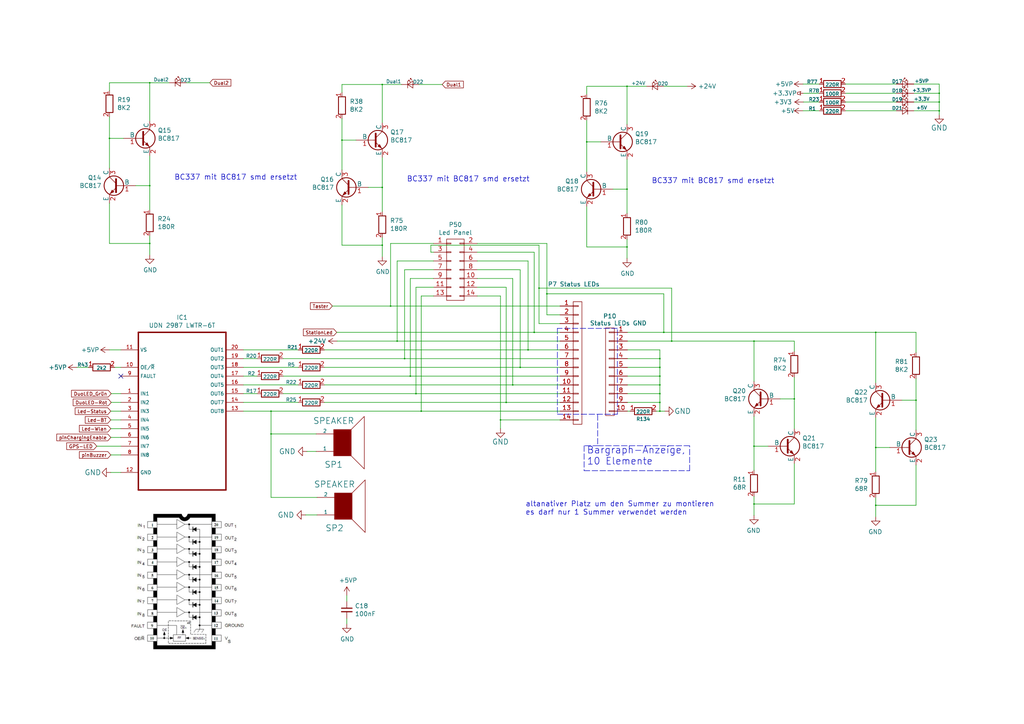
<source format=kicad_sch>
(kicad_sch (version 20201015) (generator eeschema)
  (paper "A4")
  (title_block (title "Ardumower shield SVN Version") (date "2020-11-26") (rev "1.4") (company "ML AG JL UZ") (comment 1 "Unterspannungsschutz von AlexanderG"))
  (junction (at 31.75 40.132) (diameter 0.3048))
  (junction (at 43.434 24.003) (diameter 0.3048))
  (junction (at 43.434 53.848) (diameter 0.3048))
  (junction (at 43.434 70.612) (diameter 0.3048))
  (junction (at 78.613 119.253) (diameter 0.3048))
  (junction (at 78.613 125.857) (diameter 0.3048))
  (junction (at 99.187 40.64) (diameter 0.3048))
  (junction (at 110.871 24.511) (diameter 0.3048))
  (junction (at 110.871 54.356) (diameter 0.3048))
  (junction (at 110.871 71.12) (diameter 0.3048))
  (junction (at 113.284 88.773) (diameter 0.3048))
  (junction (at 115.189 98.933) (diameter 0.3048))
  (junction (at 117.348 104.013) (diameter 0.3048))
  (junction (at 118.999 109.093) (diameter 0.3048))
  (junction (at 120.65 114.173) (diameter 0.3048))
  (junction (at 122.174 119.253) (diameter 0.3048))
  (junction (at 145.161 121.793) (diameter 0.3048))
  (junction (at 146.812 116.713) (diameter 0.3048))
  (junction (at 148.717 111.633) (diameter 0.3048))
  (junction (at 150.876 106.553) (diameter 0.3048))
  (junction (at 153.162 101.473) (diameter 0.3048))
  (junction (at 154.94 96.393) (diameter 0.3048))
  (junction (at 156.337 83.566) (diameter 0.3048))
  (junction (at 158.623 85.217) (diameter 0.3048))
  (junction (at 170.18 41.148) (diameter 0.3048))
  (junction (at 181.864 25.019) (diameter 0.3048))
  (junction (at 181.864 54.864) (diameter 0.3048))
  (junction (at 181.864 71.628) (diameter 0.3048))
  (junction (at 191.389 104.013) (diameter 0.3048))
  (junction (at 191.389 106.553) (diameter 0.3048))
  (junction (at 191.389 109.093) (diameter 0.3048))
  (junction (at 191.389 111.633) (diameter 0.3048))
  (junction (at 191.389 114.173) (diameter 0.3048))
  (junction (at 191.389 116.713) (diameter 0.3048))
  (junction (at 191.389 119.253) (diameter 0.3048))
  (junction (at 192.532 96.393) (diameter 0.3048))
  (junction (at 194.818 98.933) (diameter 0.3048))
  (junction (at 218.694 98.933) (diameter 0.3048))
  (junction (at 218.694 129.413) (diameter 0.3048))
  (junction (at 218.694 146.177) (diameter 0.3048))
  (junction (at 230.378 115.697) (diameter 0.3048))
  (junction (at 254 96.393) (diameter 0.3048))
  (junction (at 254 129.794) (diameter 0.3048))
  (junction (at 254 146.558) (diameter 0.3048))
  (junction (at 265.684 116.078) (diameter 0.3048))
  (junction (at 272.415 27.051) (diameter 0.3048))
  (junction (at 272.415 29.591) (diameter 0.3048))
  (junction (at 272.415 32.131) (diameter 0.3048))
  (no_connect (at 35.052 109.093))
  (wire (pts (xy 25.654 106.553) (xy 22.352 106.553)))
  (wire (pts (xy 31.75 24.003) (xy 43.434 24.003)))
  (wire (pts (xy 31.75 26.289) (xy 31.75 24.003)))
  (wire (pts (xy 31.75 33.909) (xy 31.75 40.132)))
  (wire (pts (xy 31.75 40.132) (xy 31.75 48.768)))
  (wire (pts (xy 31.75 70.612) (xy 31.75 58.928)))
  (wire (pts (xy 32.131 119.253) (xy 35.052 119.253)))
  (wire (pts (xy 32.131 121.793) (xy 35.052 121.793)))
  (wire (pts (xy 32.131 124.333) (xy 35.052 124.333)))
  (wire (pts (xy 32.131 131.953) (xy 35.052 131.953)))
  (wire (pts (xy 32.131 137.033) (xy 35.052 137.033)))
  (wire (pts (xy 32.258 114.173) (xy 35.052 114.173)))
  (wire (pts (xy 32.258 116.713) (xy 35.052 116.713)))
  (wire (pts (xy 33.274 106.553) (xy 35.052 106.553)))
  (wire (pts (xy 35.052 101.473) (xy 31.75 101.473)))
  (wire (pts (xy 35.052 126.873) (xy 32.131 126.873)))
  (wire (pts (xy 35.052 129.413) (xy 28.067 129.413)))
  (wire (pts (xy 35.814 40.132) (xy 31.75 40.132)))
  (wire (pts (xy 39.37 53.848) (xy 43.434 53.848)))
  (wire (pts (xy 43.434 24.003) (xy 43.434 35.052)))
  (wire (pts (xy 43.434 24.003) (xy 49.022 24.003)))
  (wire (pts (xy 43.434 45.212) (xy 43.434 53.848)))
  (wire (pts (xy 43.434 53.848) (xy 43.434 60.833)))
  (wire (pts (xy 43.434 68.453) (xy 43.434 70.612)))
  (wire (pts (xy 43.434 70.612) (xy 31.75 70.612)))
  (wire (pts (xy 43.434 70.612) (xy 43.434 73.914)))
  (wire (pts (xy 54.102 24.003) (xy 60.833 24.003)))
  (wire (pts (xy 70.612 101.473) (xy 86.487 101.473)))
  (wire (pts (xy 70.612 104.013) (xy 74.549 104.013)))
  (wire (pts (xy 70.612 106.553) (xy 86.487 106.553)))
  (wire (pts (xy 70.612 109.093) (xy 74.549 109.093)))
  (wire (pts (xy 70.612 111.633) (xy 86.487 111.633)))
  (wire (pts (xy 70.612 114.173) (xy 74.549 114.173)))
  (wire (pts (xy 70.612 116.713) (xy 86.487 116.713)))
  (wire (pts (xy 70.612 119.253) (xy 78.613 119.253)))
  (wire (pts (xy 78.613 119.253) (xy 78.613 125.857)))
  (wire (pts (xy 78.613 119.253) (xy 122.174 119.253)))
  (wire (pts (xy 78.613 125.857) (xy 78.613 144.272)))
  (wire (pts (xy 78.613 144.272) (xy 91.948 144.272)))
  (wire (pts (xy 82.169 104.013) (xy 117.348 104.013)))
  (wire (pts (xy 82.169 109.093) (xy 118.999 109.093)))
  (wire (pts (xy 82.169 114.173) (xy 120.65 114.173)))
  (wire (pts (xy 91.694 125.857) (xy 78.613 125.857)))
  (wire (pts (xy 91.694 130.937) (xy 89.027 130.937)))
  (wire (pts (xy 91.948 149.352) (xy 88.646 149.352)))
  (wire (pts (xy 94.107 101.473) (xy 153.162 101.473)))
  (wire (pts (xy 94.107 106.553) (xy 150.876 106.553)))
  (wire (pts (xy 94.107 111.633) (xy 148.717 111.633)))
  (wire (pts (xy 94.107 116.713) (xy 146.812 116.713)))
  (wire (pts (xy 96.393 88.773) (xy 113.284 88.773)))
  (wire (pts (xy 97.663 96.393) (xy 154.94 96.393)))
  (wire (pts (xy 97.79 98.933) (xy 115.189 98.933)))
  (wire (pts (xy 99.187 24.511) (xy 110.871 24.511)))
  (wire (pts (xy 99.187 26.797) (xy 99.187 24.511)))
  (wire (pts (xy 99.187 34.417) (xy 99.187 40.64)))
  (wire (pts (xy 99.187 40.64) (xy 99.187 49.276)))
  (wire (pts (xy 99.187 71.12) (xy 99.187 59.436)))
  (wire (pts (xy 100.584 174.371) (xy 100.584 172.72)))
  (wire (pts (xy 100.584 180.975) (xy 100.584 179.451)))
  (wire (pts (xy 103.251 40.64) (xy 99.187 40.64)))
  (wire (pts (xy 106.807 54.356) (xy 110.871 54.356)))
  (wire (pts (xy 110.871 24.511) (xy 110.871 35.56)))
  (wire (pts (xy 110.871 24.511) (xy 116.459 24.511)))
  (wire (pts (xy 110.871 45.72) (xy 110.871 54.356)))
  (wire (pts (xy 110.871 54.356) (xy 110.871 61.341)))
  (wire (pts (xy 110.871 68.961) (xy 110.871 71.12)))
  (wire (pts (xy 110.871 71.12) (xy 99.187 71.12)))
  (wire (pts (xy 110.871 71.12) (xy 110.871 74.422)))
  (wire (pts (xy 113.284 70.612) (xy 113.284 88.773)))
  (wire (pts (xy 113.284 88.773) (xy 162.433 88.773)))
  (wire (pts (xy 115.189 75.692) (xy 115.189 98.933)))
  (wire (pts (xy 115.189 98.933) (xy 162.433 98.933)))
  (wire (pts (xy 117.348 78.232) (xy 117.348 104.013)))
  (wire (pts (xy 117.348 104.013) (xy 162.433 104.013)))
  (wire (pts (xy 118.999 80.772) (xy 118.999 109.093)))
  (wire (pts (xy 118.999 109.093) (xy 162.433 109.093)))
  (wire (pts (xy 120.65 83.312) (xy 120.65 114.173)))
  (wire (pts (xy 120.65 114.173) (xy 162.433 114.173)))
  (wire (pts (xy 121.539 24.511) (xy 128.27 24.511)))
  (wire (pts (xy 122.174 85.852) (xy 122.174 119.253)))
  (wire (pts (xy 122.174 119.253) (xy 162.433 119.253)))
  (wire (pts (xy 124.968 71.12) (xy 156.337 71.12)))
  (wire (pts (xy 124.968 73.152) (xy 124.968 71.12)))
  (wire (pts (xy 125.73 70.612) (xy 113.284 70.612)))
  (wire (pts (xy 125.73 73.152) (xy 124.968 73.152)))
  (wire (pts (xy 125.73 75.692) (xy 115.189 75.692)))
  (wire (pts (xy 125.73 78.232) (xy 117.348 78.232)))
  (wire (pts (xy 125.73 80.772) (xy 118.999 80.772)))
  (wire (pts (xy 125.73 83.312) (xy 120.65 83.312)))
  (wire (pts (xy 125.73 85.852) (xy 122.174 85.852)))
  (wire (pts (xy 138.43 70.612) (xy 158.623 70.612)))
  (wire (pts (xy 138.43 73.152) (xy 154.94 73.152)))
  (wire (pts (xy 138.43 75.692) (xy 153.162 75.692)))
  (wire (pts (xy 138.43 78.232) (xy 150.876 78.232)))
  (wire (pts (xy 138.43 80.772) (xy 148.717 80.772)))
  (wire (pts (xy 138.43 83.312) (xy 146.812 83.312)))
  (wire (pts (xy 138.43 85.852) (xy 145.161 85.852)))
  (wire (pts (xy 145.161 85.852) (xy 145.161 121.793)))
  (wire (pts (xy 145.161 121.793) (xy 145.161 124.333)))
  (wire (pts (xy 145.161 121.793) (xy 162.433 121.793)))
  (wire (pts (xy 146.812 83.312) (xy 146.812 116.713)))
  (wire (pts (xy 146.812 116.713) (xy 162.433 116.713)))
  (wire (pts (xy 148.717 80.772) (xy 148.717 111.633)))
  (wire (pts (xy 148.717 111.633) (xy 162.433 111.633)))
  (wire (pts (xy 150.876 78.232) (xy 150.876 106.553)))
  (wire (pts (xy 150.876 106.553) (xy 162.433 106.553)))
  (wire (pts (xy 153.162 75.692) (xy 153.162 101.473)))
  (wire (pts (xy 153.162 101.473) (xy 162.433 101.473)))
  (wire (pts (xy 154.94 73.152) (xy 154.94 96.393)))
  (wire (pts (xy 154.94 96.393) (xy 162.433 96.393)))
  (wire (pts (xy 156.337 71.12) (xy 156.337 83.566)))
  (wire (pts (xy 156.337 83.566) (xy 156.337 93.853)))
  (wire (pts (xy 156.337 83.566) (xy 194.818 83.566)))
  (wire (pts (xy 156.337 93.853) (xy 162.433 93.853)))
  (wire (pts (xy 158.623 70.612) (xy 158.623 85.217)))
  (wire (pts (xy 158.623 85.217) (xy 158.623 91.313)))
  (wire (pts (xy 158.623 85.217) (xy 192.532 85.217)))
  (wire (pts (xy 158.623 91.313) (xy 162.433 91.313)))
  (wire (pts (xy 170.18 25.019) (xy 181.864 25.019)))
  (wire (pts (xy 170.18 27.305) (xy 170.18 25.019)))
  (wire (pts (xy 170.18 34.925) (xy 170.18 41.148)))
  (wire (pts (xy 170.18 41.148) (xy 170.18 49.784)))
  (wire (pts (xy 170.18 71.628) (xy 170.18 59.944)))
  (wire (pts (xy 174.244 41.148) (xy 170.18 41.148)))
  (wire (pts (xy 177.8 54.864) (xy 181.864 54.864)))
  (wire (pts (xy 181.864 25.019) (xy 181.864 36.068)))
  (wire (pts (xy 181.864 25.019) (xy 187.452 25.019)))
  (wire (pts (xy 181.864 46.228) (xy 181.864 54.864)))
  (wire (pts (xy 181.864 54.864) (xy 181.864 61.849)))
  (wire (pts (xy 181.864 69.469) (xy 181.864 71.628)))
  (wire (pts (xy 181.864 71.628) (xy 170.18 71.628)))
  (wire (pts (xy 181.864 71.628) (xy 181.864 74.93)))
  (wire (pts (xy 181.991 96.393) (xy 192.532 96.393)))
  (wire (pts (xy 181.991 98.933) (xy 194.818 98.933)))
  (wire (pts (xy 181.991 101.473) (xy 191.389 101.473)))
  (wire (pts (xy 181.991 119.253) (xy 182.753 119.253)))
  (wire (pts (xy 190.373 119.253) (xy 191.389 119.253)))
  (wire (pts (xy 191.389 101.473) (xy 191.389 104.013)))
  (wire (pts (xy 191.389 104.013) (xy 181.991 104.013)))
  (wire (pts (xy 191.389 104.013) (xy 191.389 106.553)))
  (wire (pts (xy 191.389 106.553) (xy 181.991 106.553)))
  (wire (pts (xy 191.389 106.553) (xy 191.389 109.093)))
  (wire (pts (xy 191.389 109.093) (xy 181.991 109.093)))
  (wire (pts (xy 191.389 109.093) (xy 191.389 111.633)))
  (wire (pts (xy 191.389 111.633) (xy 181.991 111.633)))
  (wire (pts (xy 191.389 111.633) (xy 191.389 114.173)))
  (wire (pts (xy 191.389 114.173) (xy 181.991 114.173)))
  (wire (pts (xy 191.389 114.173) (xy 191.389 116.713)))
  (wire (pts (xy 191.389 116.713) (xy 181.991 116.713)))
  (wire (pts (xy 191.389 116.713) (xy 191.389 119.253)))
  (wire (pts (xy 191.389 119.253) (xy 192.786 119.253)))
  (wire (pts (xy 192.532 25.019) (xy 199.263 25.019)))
  (wire (pts (xy 192.532 85.217) (xy 192.532 96.393)))
  (wire (pts (xy 192.532 96.393) (xy 254 96.393)))
  (wire (pts (xy 194.818 83.566) (xy 194.818 98.933)))
  (wire (pts (xy 194.818 98.933) (xy 218.694 98.933)))
  (wire (pts (xy 218.694 98.933) (xy 218.694 110.617)))
  (wire (pts (xy 218.694 98.933) (xy 230.378 98.933)))
  (wire (pts (xy 218.694 120.777) (xy 218.694 129.413)))
  (wire (pts (xy 218.694 129.413) (xy 218.694 136.398)))
  (wire (pts (xy 218.694 144.018) (xy 218.694 146.177)))
  (wire (pts (xy 218.694 146.177) (xy 218.694 149.479)))
  (wire (pts (xy 218.694 146.177) (xy 230.378 146.177)))
  (wire (pts (xy 222.758 129.413) (xy 218.694 129.413)))
  (wire (pts (xy 226.314 115.697) (xy 230.378 115.697)))
  (wire (pts (xy 230.378 98.933) (xy 230.378 101.854)))
  (wire (pts (xy 230.378 109.474) (xy 230.378 115.697)))
  (wire (pts (xy 230.378 115.697) (xy 230.378 124.333)))
  (wire (pts (xy 230.378 146.177) (xy 230.378 134.493)))
  (wire (pts (xy 232.918 24.384) (xy 237.617 24.384)))
  (wire (pts (xy 232.918 32.131) (xy 237.617 32.131)))
  (wire (pts (xy 233.045 27.051) (xy 237.617 27.051)))
  (wire (pts (xy 233.045 29.591) (xy 237.617 29.591)))
  (wire (pts (xy 245.237 24.384) (xy 259.969 24.384)))
  (wire (pts (xy 245.237 27.051) (xy 259.969 27.051)))
  (wire (pts (xy 245.237 29.591) (xy 259.969 29.591)))
  (wire (pts (xy 254 96.393) (xy 254 110.998)))
  (wire (pts (xy 254 96.393) (xy 265.684 96.393)))
  (wire (pts (xy 254 121.158) (xy 254 129.794)))
  (wire (pts (xy 254 129.794) (xy 254 136.779)))
  (wire (pts (xy 254 144.399) (xy 254 146.558)))
  (wire (pts (xy 254 146.558) (xy 254 149.86)))
  (wire (pts (xy 254 146.558) (xy 265.684 146.558)))
  (wire (pts (xy 258.064 129.794) (xy 254 129.794)))
  (wire (pts (xy 259.969 32.131) (xy 245.237 32.131)))
  (wire (pts (xy 261.62 116.078) (xy 265.684 116.078)))
  (wire (pts (xy 265.049 27.051) (xy 272.415 27.051)))
  (wire (pts (xy 265.049 29.591) (xy 272.415 29.591)))
  (wire (pts (xy 265.049 32.131) (xy 272.415 32.131)))
  (wire (pts (xy 265.684 96.393) (xy 265.684 102.235)))
  (wire (pts (xy 265.684 109.855) (xy 265.684 116.078)))
  (wire (pts (xy 265.684 116.078) (xy 265.684 124.714)))
  (wire (pts (xy 265.684 146.558) (xy 265.684 134.874)))
  (wire (pts (xy 272.415 24.384) (xy 265.049 24.384)))
  (wire (pts (xy 272.415 24.384) (xy 272.415 27.051)))
  (wire (pts (xy 272.415 27.051) (xy 272.415 29.591)))
  (wire (pts (xy 272.415 29.591) (xy 272.415 32.131)))
  (wire (pts (xy 272.415 32.131) (xy 272.415 33.274)))
  (polyline (pts (xy 161.671 95.25) (xy 161.671 120.142)) (stroke (width 0) (type dash)))
  (polyline (pts (xy 161.671 120.142) (xy 179.07 120.142)) (stroke (width 0) (type dash)))
  (polyline (pts (xy 169.418 129.286) (xy 169.418 136.525)) (stroke (width 0) (type dash)))
  (polyline (pts (xy 169.418 136.525) (xy 200.025 136.525)) (stroke (width 0) (type dash)))
  (polyline (pts (xy 173.355 120.269) (xy 173.355 129.286)) (stroke (width 0) (type dash)))
  (polyline (pts (xy 173.355 129.286) (xy 189.611 129.286)) (stroke (width 0) (type dash)))
  (polyline (pts (xy 173.609 129.286) (xy 169.418 129.286)) (stroke (width 0) (type dash)))
  (polyline (pts (xy 179.07 95.25) (xy 161.671 95.25)) (stroke (width 0) (type dash)))
  (polyline (pts (xy 179.07 120.142) (xy 179.07 95.25)) (stroke (width 0) (type dash)))
  (polyline (pts (xy 200.025 129.286) (xy 189.484 129.286)) (stroke (width 0) (type dash)))
  (polyline (pts (xy 200.025 136.525) (xy 200.025 129.286)) (stroke (width 0) (type dash)))
  (image (at 54.737 168.402))
  (image (at 380.873 74.676) (scale 2))
  (text "BC337 mit BC817 smd ersetzt" (at 50.546 52.451 0) (effects (font (size 1.524 1.524)) (justify left bottom)))
  (text "BC337 mit BC817 smd ersetzt" (at 117.983 52.959 0) (effects (font (size 1.524 1.524)) (justify left bottom)))
  (text "altanativer Platz um den Summer zu montieren\nes darf nur 1 Summer verwendet werden\n" (at 152.4 149.606 0) (effects (font (size 1.4986 1.4986)) (justify left bottom)))
  (text "Bargraph-Anzeige,\n10 Elemente" (at 170.18 135.128 0) (effects (font (size 2.0066 2.0066)) (justify left bottom)))
  (text "BC337 mit BC817 smd ersetzt" (at 188.976 53.467 0) (effects (font (size 1.524 1.524)) (justify left bottom)))
  (text "[18:58:55] Jürgen Lange: was hälst du von einem bc337 ein netter aller welt type" (at 340.614 139.446 0) (effects (font (size 2.9972 2.9972)) (justify left bottom)))
  (text "BC817; BC817W; BC337: 45 V, 500 mA NPN \n\nsot323" (at 479.298 159.893 0) (effects (font (size 1.524 1.524)) (justify left bottom)))
  (global_label "GPS-LED" (shape input) (at 28.067 129.413 180) (property "Intersheet References" "${INTERSHEET_REFS}" (effects hide)) (effects (font (size 0.9906 0.9906))))
  (global_label "Led-Status" (shape input) (at 32.131 119.253 180) (property "Intersheet References" "${INTERSHEET_REFS}" (effects hide)) (effects (font (size 0.9906 0.9906))))
  (global_label "Led-BT" (shape input) (at 32.131 121.793 180) (property "Intersheet References" "${INTERSHEET_REFS}" (effects hide)) (effects (font (size 0.9906 0.9906))))
  (global_label "Led-Wlan" (shape input) (at 32.131 124.333 180) (property "Intersheet References" "${INTERSHEET_REFS}" (effects hide)) (effects (font (size 0.9906 0.9906))))
  (global_label "pinChargingEnable" (shape input) (at 32.131 126.873 180) (property "Intersheet References" "${INTERSHEET_REFS}" (effects hide)) (effects (font (size 0.9906 0.9906))))
  (global_label "pinBuzzer" (shape input) (at 32.131 131.953 180) (property "Intersheet References" "${INTERSHEET_REFS}" (effects hide)) (effects (font (size 0.9906 0.9906))))
  (global_label "DuoLED_Grün" (shape input) (at 32.258 114.173 180) (property "Intersheet References" "${INTERSHEET_REFS}" (effects hide)) (effects (font (size 0.9906 0.9906))))
  (global_label "DuoLED-Rot" (shape input) (at 32.258 116.713 180) (property "Intersheet References" "${INTERSHEET_REFS}" (effects hide)) (effects (font (size 0.9906 0.9906))))
  (global_label "Dual2" (shape input) (at 60.833 24.003 0) (property "Intersheet References" "${INTERSHEET_REFS}" (effects hide)) (effects (font (size 0.9906 0.9906))))
  (global_label "Taster" (shape input) (at 96.393 88.773 180) (property "Intersheet References" "${INTERSHEET_REFS}" (effects hide)) (effects (font (size 0.9906 0.9906))))
  (global_label "StationLed" (shape input) (at 97.663 96.393 180) (property "Intersheet References" "${INTERSHEET_REFS}" (effects hide)) (effects (font (size 0.9906 0.9906))))
  (global_label "Dual1" (shape input) (at 128.27 24.511 0) (property "Intersheet References" "${INTERSHEET_REFS}" (effects hide)) (effects (font (size 0.9906 0.9906))))
  (symbol (lib_id "ardumower-mega-shield-svn-rescue:+3.3VP-RESCUE-ardumower_mega_shield_svn") (at 233.045 27.051 90) (unit 1)
    (property "Reference" "#PWR062" (effects hide))
    (property "Value" "+3.3VP" (at 227.584 27.051 90))
  )
  (symbol (lib_id "ardumower-mega-shield-svn-rescue:+5VP-RESCUE-ardumower_mega_shield_svn") (at 22.352 106.553 90) (unit 1)
    (property "Reference" "#PWR076" (effects hide))
    (property "Value" "+5VP" (at 16.764 106.553 90))
  )
  (symbol (lib_id "ardumower-mega-shield-svn-rescue:+5VP-RESCUE-ardumower_mega_shield_svn") (at 31.75 101.473 90) (unit 1)
    (property "Reference" "#PWR068" (effects hide))
    (property "Value" "+5VP" (at 26.162 101.473 90))
  )
  (symbol (lib_id "ardumower-mega-shield-svn-rescue:+24V-RESCUE-ardumower_mega_shield_svn") (at 97.79 98.933 90) (unit 1)
    (property "Reference" "#PWR064" (effects hide))
    (property "Value" "+24V" (at 91.948 98.933 90))
  )
  (symbol (lib_id "ardumower-mega-shield-svn-rescue:+5VP-RESCUE-ardumower_mega_shield_svn") (at 100.584 172.72 0) (unit 1)
    (property "Reference" "#PWR066" (effects hide))
    (property "Value" "+5VP" (at 100.965 168.3258 0))
  )
  (symbol (lib_id "ardumower-mega-shield-svn-rescue:+24V-RESCUE-ardumower_mega_shield_svn") (at 199.263 25.019 270) (mirror x) (unit 1)
    (property "Reference" "#PWR061" (effects hide))
    (property "Value" "+24V" (at 205.105 25.019 90))
  )
  (symbol (lib_id "ardumower-mega-shield-svn-rescue:+5VP-RESCUE-ardumower_mega_shield_svn") (at 232.918 24.384 90) (unit 1)
    (property "Reference" "#PWR063" (effects hide))
    (property "Value" "+5VP" (at 227.457 24.384 90))
  )
  (symbol (lib_id "ardumower-mega-shield-svn-rescue:+5V-RESCUE-ardumower_mega_shield_svn") (at 232.918 32.131 90) (unit 1)
    (property "Reference" "#PWR060" (effects hide))
    (property "Value" "+5V" (at 228.473 32.131 90))
  )
  (symbol (lib_id "ardumower-mega-shield-svn-rescue:+3.3V-RESCUE-ardumower_mega_shield_svn") (at 233.045 29.591 90) (unit 1)
    (property "Reference" "#PWR059" (effects hide))
    (property "Value" "+3.3V" (at 227.076 29.591 90))
  )
  (symbol (lib_id "ardumower-mega-shield-svn-rescue:GND-RESCUE-ardumower_mega_shield_svn") (at 32.131 137.033 270) (unit 1)
    (property "Reference" "#PWR075" (effects hide))
    (property "Value" "GND" (at 26.924 137.033 90) (effects (font (size 1.524 1.524))))
  )
  (symbol (lib_id "ardumower-mega-shield-svn-rescue:GND-RESCUE-ardumower_mega_shield_svn") (at 43.434 73.914 0) (unit 1)
    (property "Reference" "#PWR069" (effects hide))
    (property "Value" "GND" (at 43.561 78.3082 0))
  )
  (symbol (lib_id "ardumower-mega-shield-svn-rescue:GND-RESCUE-ardumower_mega_shield_svn") (at 88.646 149.352 270) (unit 1)
    (property "Reference" "#PWR077" (effects hide))
    (property "Value" "GND" (at 82.931 149.352 90) (effects (font (size 1.524 1.524))))
  )
  (symbol (lib_id "ardumower-mega-shield-svn-rescue:GND-RESCUE-ardumower_mega_shield_svn") (at 89.027 130.937 270) (unit 1)
    (property "Reference" "#PWR058" (effects hide))
    (property "Value" "GND" (at 83.312 130.937 90) (effects (font (size 1.524 1.524))))
  )
  (symbol (lib_id "ardumower-mega-shield-svn-rescue:GND-RESCUE-ardumower_mega_shield_svn") (at 100.584 180.975 0) (unit 1)
    (property "Reference" "#PWR067" (effects hide))
    (property "Value" "GND" (at 100.711 185.3692 0))
  )
  (symbol (lib_id "ardumower-mega-shield-svn-rescue:GND-RESCUE-ardumower_mega_shield_svn") (at 110.871 74.422 0) (unit 1)
    (property "Reference" "#PWR070" (effects hide))
    (property "Value" "GND" (at 110.998 78.8162 0))
  )
  (symbol (lib_id "ardumower-mega-shield-svn-rescue:GND-RESCUE-ardumower_mega_shield_svn") (at 145.161 124.333 0) (unit 1)
    (property "Reference" "#PWR065" (effects hide))
    (property "Value" "GND" (at 145.161 128.143 0) (effects (font (size 1.524 1.524))))
  )
  (symbol (lib_id "ardumower-mega-shield-svn-rescue:GND-RESCUE-ardumower_mega_shield_svn") (at 181.864 74.93 0) (unit 1)
    (property "Reference" "#PWR071" (effects hide))
    (property "Value" "GND" (at 181.991 79.3242 0))
  )
  (symbol (lib_id "ardumower-mega-shield-svn-rescue:GND-RESCUE-ardumower_mega_shield_svn") (at 192.786 119.253 90) (mirror x) (unit 1)
    (property "Reference" "#PWR074" (effects hide))
    (property "Value" "GND" (at 197.993 119.253 90) (effects (font (size 1.524 1.524))))
  )
  (symbol (lib_id "ardumower-mega-shield-svn-rescue:GND-RESCUE-ardumower_mega_shield_svn") (at 218.694 149.479 0) (mirror y) (unit 1)
    (property "Reference" "#PWR072" (effects hide))
    (property "Value" "GND" (at 218.567 153.8732 0))
  )
  (symbol (lib_id "ardumower-mega-shield-svn-rescue:GND-RESCUE-ardumower_mega_shield_svn") (at 254 149.86 0) (mirror y) (unit 1)
    (property "Reference" "#PWR073" (effects hide))
    (property "Value" "GND" (at 253.873 154.2542 0))
  )
  (symbol (lib_id "ardumower-mega-shield-svn-rescue:GND-RESCUE-ardumower_mega_shield_svn") (at 272.415 33.274 0) (mirror y) (unit 1)
    (property "Reference" "#PWR057" (effects hide))
    (property "Value" "GND" (at 272.415 37.084 0) (effects (font (size 1.524 1.524))))
  )
  (symbol (lib_id "ardumower-mega-shield-svn-rescue:LED_Small-RESCUE-ardumower_mega_shield_svn") (at 51.562 24.003 0) (unit 1)
    (property "Reference" "D23" (at 53.848 23.241 0) (effects (font (size 0.9906 0.9906))))
    (property "Value" "Dual2" (at 46.736 23.114 0) (effects (font (size 0.9906 0.9906))))
    (property "Footprint" "LEDs:LED_1206" (effects hide))
    (property "Bestelllink" "https://www.reichelt.de/de/en/green-smd-led-with-dome-lens-200-mcd-smd-led-1206k-gn-p54087.html?GROUPID=3035&SEARCH=SMD-LED%2B1206K%2Bgn&&r=1" (effects hide))
    (property "Bestellnummer" "R: SMD-LED 1206K GN" (effects hide))
    (property "Bestücken (Assemble)" "JA (YES)" (effects hide))
    (property "Funktion" "Green SMD LED with dome lens, 200 mcd" (effects hide))
    (property "Gehäuseart" "3216 (1206)" (effects hide))
    (property "Reichelt-Bestellnummer" "R: SMD-LED 1206K GN" (effects hide))
    (property "Technische Daten" "Green SMD LED with dome lens, 200 mcd" (effects hide))
  )
  (symbol (lib_id "ardumower-mega-shield-svn-rescue:LED_Small-RESCUE-ardumower_mega_shield_svn") (at 118.999 24.511 0) (unit 1)
    (property "Reference" "D22" (at 121.285 23.749 0) (effects (font (size 0.9906 0.9906))))
    (property "Value" "Dual1" (at 114.173 23.622 0) (effects (font (size 0.9906 0.9906))))
    (property "Footprint" "LEDs:LED_1206" (effects hide))
    (property "Bestelllink" "https://www.reichelt.de/de/en/green-smd-led-with-dome-lens-200-mcd-smd-led-1206k-gn-p54087.html?GROUPID=3035&SEARCH=SMD-LED%2B1206K%2Bgn&&r=1" (effects hide))
    (property "Bestellnummer" "R: SMD-LED 1206K GN" (effects hide))
    (property "Bestücken (Assemble)" "JA (YES)" (effects hide))
    (property "Funktion" "Green SMD LED with dome lens, 200 mcd" (effects hide))
    (property "Gehäuseart" "3216 (1206)" (effects hide))
    (property "Reichelt-Bestellnummer" "R: SMD-LED 1206K GN" (effects hide))
    (property "Technische Daten" "Green SMD LED with dome lens, 200 mcd" (effects hide))
  )
  (symbol (lib_id "ardumower-mega-shield-svn-rescue:LED_Small-RESCUE-ardumower_mega_shield_svn") (at 189.992 25.019 0) (unit 1)
    (property "Reference" "D20" (at 192.278 24.257 0) (effects (font (size 0.9906 0.9906))))
    (property "Value" "+24V" (at 185.166 24.13 0) (effects (font (size 0.9906 0.9906))))
    (property "Footprint" "LEDs:LED_1206" (effects hide))
    (property "Bestelllink" "https://www.reichelt.de/de/en/green-smd-led-with-dome-lens-200-mcd-smd-led-1206k-gn-p54087.html?GROUPID=3035&SEARCH=SMD-LED%2B1206K%2Bgn&&r=1" (effects hide))
    (property "Bestellnummer" "R: SMD-LED 1206K GN" (effects hide))
    (property "Bestücken (Assemble)" "JA (YES)" (effects hide))
    (property "Funktion" "Green SMD LED with dome lens, 200 mcd" (effects hide))
    (property "Gehäuseart" "3216 (1206)" (effects hide))
    (property "Reichelt-Bestellnummer" "R: SMD-LED 1206K GN" (effects hide))
    (property "Technische Daten" "Green SMD LED with dome lens, 200 mcd" (effects hide))
  )
  (symbol (lib_id "ardumower-mega-shield-svn-rescue:LED_Small-RESCUE-ardumower_mega_shield_svn") (at 262.509 24.384 0) (mirror y) (unit 1)
    (property "Reference" "D17" (at 260.223 23.622 0) (effects (font (size 0.9906 0.9906))))
    (property "Value" "+5VP" (at 267.335 23.495 0) (effects (font (size 0.9906 0.9906))))
    (property "Footprint" "LEDs:LED_1206" (effects hide))
    (property "Bestelllink" "https://www.reichelt.de/de/en/green-smd-led-with-dome-lens-200-mcd-smd-led-1206k-gn-p54087.html?GROUPID=3035&SEARCH=SMD-LED%2B1206K%2Bgn&&r=1" (effects hide))
    (property "Bestellnummer" "R: SMD-LED 1206K GN" (effects hide))
    (property "Bestücken (Assemble)" "JA (YES)" (effects hide))
    (property "Funktion" "Green SMD LED with dome lens, 200 mcd" (effects hide))
    (property "Gehäuseart" "3216 (1206)" (effects hide))
    (property "Reichelt-Bestellnummer" "R: SMD-LED 1206K GN" (effects hide))
    (property "Technische Daten" "Green SMD LED with dome lens, 200 mcd" (effects hide))
  )
  (symbol (lib_id "ardumower-mega-shield-svn-rescue:LED_Small-RESCUE-ardumower_mega_shield_svn") (at 262.509 27.051 0) (mirror y) (unit 1)
    (property "Reference" "D18" (at 260.223 26.289 0) (effects (font (size 0.9906 0.9906))))
    (property "Value" "+3,3VP" (at 267.335 26.162 0) (effects (font (size 0.9906 0.9906))))
    (property "Footprint" "LEDs:LED_1206" (effects hide))
    (property "Bestelllink" "https://www.reichelt.de/de/en/green-smd-led-with-dome-lens-200-mcd-smd-led-1206k-gn-p54087.html?GROUPID=3035&SEARCH=SMD-LED%2B1206K%2Bgn&&r=1" (effects hide))
    (property "Bestellnummer" "R: SMD-LED 1206K GN" (effects hide))
    (property "Bestücken (Assemble)" "JA (YES)" (effects hide))
    (property "Funktion" "Green SMD LED with dome lens, 200 mcd" (effects hide))
    (property "Gehäuseart" "3216 (1206)" (effects hide))
    (property "Reichelt-Bestellnummer" "R: SMD-LED 1206K GN" (effects hide))
    (property "Technische Daten" "Green SMD LED with dome lens, 200 mcd" (effects hide))
  )
  (symbol (lib_id "ardumower-mega-shield-svn-rescue:LED_Small-RESCUE-ardumower_mega_shield_svn") (at 262.509 29.591 0) (mirror y) (unit 1)
    (property "Reference" "D19" (at 260.223 28.829 0) (effects (font (size 0.9906 0.9906))))
    (property "Value" "+3,3V" (at 267.335 28.702 0) (effects (font (size 0.9906 0.9906))))
    (property "Footprint" "LEDs:LED_1206" (effects hide))
    (property "Bestelllink" "https://www.reichelt.de/de/en/green-smd-led-with-dome-lens-200-mcd-smd-led-1206k-gn-p54087.html?GROUPID=3035&SEARCH=SMD-LED%2B1206K%2Bgn&&r=1" (effects hide))
    (property "Bestellnummer" "R: SMD-LED 1206K GN" (effects hide))
    (property "Bestücken (Assemble)" "JA (YES)" (effects hide))
    (property "Funktion" "Green SMD LED with dome lens, 200 mcd" (effects hide))
    (property "Gehäuseart" "3216 (1206)" (effects hide))
    (property "Reichelt-Bestellnummer" "R: SMD-LED 1206K GN" (effects hide))
    (property "Technische Daten" "Green SMD LED with dome lens, 200 mcd" (effects hide))
  )
  (symbol (lib_id "ardumower-mega-shield-svn-rescue:LED_Small-RESCUE-ardumower_mega_shield_svn") (at 262.509 32.131 0) (mirror y) (unit 1)
    (property "Reference" "D21" (at 260.223 31.369 0) (effects (font (size 0.9906 0.9906))))
    (property "Value" "+5V" (at 267.335 31.242 0) (effects (font (size 0.9906 0.9906))))
    (property "Footprint" "LEDs:LED_1206" (effects hide))
    (property "Bestelllink" "https://www.reichelt.de/de/en/green-smd-led-with-dome-lens-200-mcd-smd-led-1206k-gn-p54087.html?GROUPID=3035&SEARCH=SMD-LED%2B1206K%2Bgn&&r=1" (effects hide))
    (property "Bestellnummer" "R: SMD-LED 1206K GN" (effects hide))
    (property "Bestücken (Assemble)" "JA (YES)" (effects hide))
    (property "Funktion" "Green SMD LED with dome lens, 200 mcd" (effects hide))
    (property "Gehäuseart" "3216 (1206)" (effects hide))
    (property "Reichelt-Bestellnummer" "R: SMD-LED 1206K GN" (effects hide))
    (property "Technische Daten" "Green SMD LED with dome lens, 200 mcd" (effects hide))
  )
  (symbol (lib_id "ardumower-mega-shield-svn-rescue:C_Small-RESCUE-ardumower_mega_shield_svn") (at 100.584 176.911 0) (unit 1)
    (property "Reference" "C18" (at 102.9208 175.7426 0) (effects (justify left)))
    (property "Value" "100nF" (at 102.9208 178.054 0) (effects (justify left)))
    (property "Footprint" "Capacitors_SMD:C_0805" (effects hide))
    (property "Gehäuseart" "Value" (effects hide))
    (property "Bestelllink" "https://www.reichelt.de/de/en/mlcc-0805-100nf-100v-10-ft-cap-x7r-0805fcg-100n-p193842.html?GROUPID=8048&SEARCH=0805%2B100nf&&r=1" (effects hide))
    (property "Technische Daten" "Value" (effects hide))
    (property "Bestellnummer" "Value" (effects hide))
    (property "Bauform" "Value" (effects hide))
    (property "Bestücken (Assemble)" "JA (YES)" (effects hide))
    (property "Funktion" "X7R 0805FCG 100N MLCC, 0805, 100nF, 100V, 10%, FT-Cap" (effects hide))
  )
  (symbol (lib_id "ardumower-mega-shield-svn-rescue:R-RESCUE-ardumower_mega_shield_svn") (at 29.464 106.553 90) (mirror x) (unit 1)
    (property "Reference" "R43" (at 24.003 105.791 90) (effects (font (size 1.016 1.016))))
    (property "Value" "2k2" (at 29.4386 106.7308 90) (effects (font (size 1.016 1.016))))
    (property "Footprint" "Zimprich:R_0603" (effects hide))
    (property "Gehäuseart" "0603" (effects hide))
    (property "Bestelllink" "https://www.reichelt.de/smd-widerstand-0603-2-2-kohm-100-mw-1--rnd-0603-1-2-2k-p183061.html?GROUPID=7968&SEARCH=0603%2B2%252C2k&&r=1" (effects hide))
    (property "Technische Daten" "SMD-Widerstand, 0603, 2,2 kOhm, 100 mW, 1%" (effects hide))
    (property "Bestellnummer" "R: RND 0603 1 2,2K" (effects hide))
    (property "Bauform" "Value" (effects hide))
    (property "Funktion" "SMD-Widerstand, 0603, 2,2 kOhm, 100 mW, 1%" (effects hide))
    (property "Hersteller" "Value" (effects hide))
    (property "Hersteller Bestellnummer" "Value" (effects hide))
    (property "Bestücken (Assemble)" "JA (YES)" (effects hide))
    (property "Reichelt-Bestellnummer" "R: RND 0603 1 2,2K" (effects hide))
  )
  (symbol (lib_id "ardumower-mega-shield-svn-rescue:R-RESCUE-ardumower_mega_shield_svn") (at 31.75 30.099 0) (unit 1)
    (property "Reference" "R19" (at 33.9852 28.9306 0) (effects (justify left)))
    (property "Value" "8K2" (at 33.9852 31.242 0) (effects (justify left)))
    (property "Footprint" "Zimprich:R_1206" (effects hide))
    (property "Gehäuseart" "1206" (effects hide))
    (property "Bestelllink" "https://www.reichelt.de/de/en/smd-resistor-1206-8-2-kohm-125-mw-1--rnd-1206-1-8-2k-p183393.html?GROUPID=7974&SEARCH=rnd%2B1206%2B1%2B8%252C2k&&r=1" (effects hide))
    (property "Technische Daten" "SMD Resistor 1206, 8.2 kOhm, 125 mW, 1%" (effects hide))
    (property "Bestellnummer" "R: RND 1206 1 8,2K" (effects hide))
    (property "Bauform" "Value" (effects hide))
    (property "Funktion" "SMD Resistor 1206, 8.2 kOhm, 125 mW, 1%" (effects hide))
    (property "Hersteller" "Value" (effects hide))
    (property "Hersteller Bestellnummer" "Value" (effects hide))
    (property "Bestücken (Assemble)" "JA (YES)" (effects hide))
    (property "Reichelt-Bestellnummer" "R: RND 1206 1 8,2K" (effects hide))
  )
  (symbol (lib_id "ardumower-mega-shield-svn-rescue:R-RESCUE-ardumower_mega_shield_svn") (at 43.434 64.643 0) (unit 1)
    (property "Reference" "R24" (at 45.6692 63.4746 0) (effects (justify left)))
    (property "Value" "180R" (at 45.6692 65.786 0) (effects (justify left)))
    (property "Footprint" "Zimprich:R_1206" (effects hide))
    (property "Gehäuseart" "1206" (effects hide))
    (property "Bestelllink" "https://www.reichelt.de/de/en/smd-resistor-1206-180-ohm-125-mw-1--rnd-1206-1-180-p183352.html?SEARCH=rnd%201206%201%20180&&r=1" (effects hide))
    (property "Technische Daten" "SMD Resistor 1206, 180 Ohm, 125 mW, 1%" (effects hide))
    (property "Bestellnummer" "R: RND 1206 1 180" (effects hide))
    (property "Bauform" "Value" (effects hide))
    (property "Funktion" "SMD Resistor 1206, 180 Ohm, 125 mW, 1%" (effects hide))
    (property "Hersteller" "Value" (effects hide))
    (property "Hersteller Bestellnummer" "Value" (effects hide))
    (property "Bestücken (Assemble)" "JA (YES)" (effects hide))
    (property "Reichelt-Bestellnummer" "R: RND 1206 1 180" (effects hide))
  )
  (symbol (lib_id "ardumower-mega-shield-svn-rescue:R-RESCUE-ardumower_mega_shield_svn") (at 78.359 104.013 90) (mirror x) (unit 1)
    (property "Reference" "R20" (at 72.898 103.251 90) (effects (font (size 1.016 1.016))))
    (property "Value" "220R" (at 78.3336 104.1908 90) (effects (font (size 1.016 1.016))))
    (property "Footprint" "Zimprich:R_1206" (effects hide))
    (property "Gehäuseart" "1206" (effects hide))
    (property "Bestelllink" "https://www.reichelt.de/de/en/smd-resistor-1206-220-ohm-125-mw-1--rnd-1206-1-220-p183354.html?GROUPID=7973&SEARCH=rnd%2B1206%2B1%2B220&&r=1" (effects hide))
    (property "Technische Daten" "SMD Resistor 1206, 220 Ohm, 125 mW, 1%" (effects hide))
    (property "Bestellnummer" "R: RND 1206 1 220" (effects hide))
    (property "Bauform" "Value" (effects hide))
    (property "Funktion" "SMD Resistor 1206, 220 Ohm, 125 mW, 1%" (effects hide))
    (property "Hersteller" "Value" (effects hide))
    (property "Hersteller Bestellnummer" "Value" (effects hide))
    (property "Bestücken (Assemble)" "JA (YES)" (effects hide))
    (property "Reichelt-Bestellnummer" "R: RND 1206 1 220" (effects hide))
  )
  (symbol (lib_id "ardumower-mega-shield-svn-rescue:R-RESCUE-ardumower_mega_shield_svn") (at 78.359 109.093 90) (mirror x) (unit 1)
    (property "Reference" "R2" (at 72.898 108.331 90) (effects (font (size 1.016 1.016))))
    (property "Value" "220R" (at 78.3336 109.2708 90) (effects (font (size 1.016 1.016))))
    (property "Footprint" "Zimprich:R_1206" (effects hide))
    (property "Gehäuseart" "1206" (effects hide))
    (property "Bestelllink" "https://www.reichelt.de/de/en/smd-resistor-1206-220-ohm-125-mw-1--rnd-1206-1-220-p183354.html?GROUPID=7973&SEARCH=rnd%2B1206%2B1%2B220&&r=1" (effects hide))
    (property "Technische Daten" "SMD Resistor 1206, 220 Ohm, 125 mW, 1%" (effects hide))
    (property "Bestellnummer" "R: RND 1206 1 220" (effects hide))
    (property "Bauform" "Value" (effects hide))
    (property "Funktion" "SMD Resistor 1206, 220 Ohm, 125 mW, 1%" (effects hide))
    (property "Hersteller" "Value" (effects hide))
    (property "Hersteller Bestellnummer" "Value" (effects hide))
    (property "Bestücken (Assemble)" "JA (YES)" (effects hide))
    (property "Reichelt-Bestellnummer" "R: RND 1206 1 220" (effects hide))
  )
  (symbol (lib_id "ardumower-mega-shield-svn-rescue:R-RESCUE-ardumower_mega_shield_svn") (at 78.359 114.173 90) (mirror x) (unit 1)
    (property "Reference" "R17" (at 72.898 113.411 90) (effects (font (size 1.016 1.016))))
    (property "Value" "220R" (at 78.3336 114.3508 90) (effects (font (size 1.016 1.016))))
    (property "Footprint" "Zimprich:R_1206" (effects hide))
    (property "Gehäuseart" "1206" (effects hide))
    (property "Bestelllink" "https://www.reichelt.de/de/en/smd-resistor-1206-220-ohm-125-mw-1--rnd-1206-1-220-p183354.html?GROUPID=7973&SEARCH=rnd%2B1206%2B1%2B220&&r=1" (effects hide))
    (property "Technische Daten" "SMD Resistor 1206, 220 Ohm, 125 mW, 1%" (effects hide))
    (property "Bestellnummer" "R: RND 1206 1 220" (effects hide))
    (property "Bauform" "Value" (effects hide))
    (property "Funktion" "SMD Resistor 1206, 220 Ohm, 125 mW, 1%" (effects hide))
    (property "Hersteller" "Value" (effects hide))
    (property "Hersteller Bestellnummer" "Value" (effects hide))
    (property "Bestücken (Assemble)" "JA (YES)" (effects hide))
    (property "Reichelt-Bestellnummer" "R: RND 1206 1 220" (effects hide))
  )
  (symbol (lib_id "ardumower-mega-shield-svn-rescue:R-RESCUE-ardumower_mega_shield_svn") (at 90.297 101.473 90) (mirror x) (unit 1)
    (property "Reference" "R21" (at 84.836 100.711 90) (effects (font (size 1.016 1.016))))
    (property "Value" "220R" (at 90.2716 101.6508 90) (effects (font (size 1.016 1.016))))
    (property "Footprint" "Zimprich:R_1206" (effects hide))
    (property "Gehäuseart" "1206" (effects hide))
    (property "Bestelllink" "https://www.reichelt.de/de/en/smd-resistor-1206-220-ohm-125-mw-1--rnd-1206-1-220-p183354.html?GROUPID=7973&SEARCH=rnd%2B1206%2B1%2B220&&r=1" (effects hide))
    (property "Technische Daten" "SMD Resistor 1206, 220 Ohm, 125 mW, 1%" (effects hide))
    (property "Bestellnummer" "R: RND 1206 1 220" (effects hide))
    (property "Bauform" "Value" (effects hide))
    (property "Funktion" "SMD Resistor 1206, 220 Ohm, 125 mW, 1%" (effects hide))
    (property "Hersteller" "Value" (effects hide))
    (property "Hersteller Bestellnummer" "Value" (effects hide))
    (property "Bestücken (Assemble)" "JA (YES)" (effects hide))
    (property "Reichelt-Bestellnummer" "R: RND 1206 1 220" (effects hide))
  )
  (symbol (lib_id "ardumower-mega-shield-svn-rescue:R-RESCUE-ardumower_mega_shield_svn") (at 90.297 106.553 90) (mirror x) (unit 1)
    (property "Reference" "R5" (at 84.455 105.791 90) (effects (font (size 1.016 1.016))))
    (property "Value" "220R" (at 90.2716 106.7308 90) (effects (font (size 1.016 1.016))))
    (property "Footprint" "Zimprich:R_1206" (effects hide))
    (property "Gehäuseart" "1206" (effects hide))
    (property "Bestelllink" "https://www.reichelt.de/de/en/smd-resistor-1206-220-ohm-125-mw-1--rnd-1206-1-220-p183354.html?GROUPID=7973&SEARCH=rnd%2B1206%2B1%2B220&&r=1" (effects hide))
    (property "Technische Daten" "SMD Resistor 1206, 220 Ohm, 125 mW, 1%" (effects hide))
    (property "Bestellnummer" "R: RND 1206 1 220" (effects hide))
    (property "Bauform" "Value" (effects hide))
    (property "Funktion" "SMD Resistor 1206, 220 Ohm, 125 mW, 1%" (effects hide))
    (property "Hersteller" "Value" (effects hide))
    (property "Hersteller Bestellnummer" "Value" (effects hide))
    (property "Bestücken (Assemble)" "JA (YES)" (effects hide))
    (property "Reichelt-Bestellnummer" "R: RND 1206 1 220" (effects hide))
  )
  (symbol (lib_id "ardumower-mega-shield-svn-rescue:R-RESCUE-ardumower_mega_shield_svn") (at 90.297 111.633 90) (mirror x) (unit 1)
    (property "Reference" "R22" (at 84.455 110.871 90) (effects (font (size 1.016 1.016))))
    (property "Value" "220R" (at 90.2716 111.8108 90) (effects (font (size 1.016 1.016))))
    (property "Footprint" "Zimprich:R_1206" (effects hide))
    (property "Gehäuseart" "1206" (effects hide))
    (property "Bestelllink" "https://www.reichelt.de/de/en/smd-resistor-1206-220-ohm-125-mw-1--rnd-1206-1-220-p183354.html?GROUPID=7973&SEARCH=rnd%2B1206%2B1%2B220&&r=1" (effects hide))
    (property "Technische Daten" "SMD Resistor 1206, 220 Ohm, 125 mW, 1%" (effects hide))
    (property "Bestellnummer" "R: RND 1206 1 220" (effects hide))
    (property "Bauform" "Value" (effects hide))
    (property "Funktion" "SMD Resistor 1206, 220 Ohm, 125 mW, 1%" (effects hide))
    (property "Hersteller" "Value" (effects hide))
    (property "Hersteller Bestellnummer" "Value" (effects hide))
    (property "Bestücken (Assemble)" "JA (YES)" (effects hide))
    (property "Reichelt-Bestellnummer" "R: RND 1206 1 220" (effects hide))
  )
  (symbol (lib_id "ardumower-mega-shield-svn-rescue:R-RESCUE-ardumower_mega_shield_svn") (at 90.297 116.713 90) (mirror x) (unit 1)
    (property "Reference" "R25" (at 84.455 115.951 90) (effects (font (size 1.016 1.016))))
    (property "Value" "220R" (at 90.2716 116.8908 90) (effects (font (size 1.016 1.016))))
    (property "Footprint" "Zimprich:R_1206" (effects hide))
    (property "Gehäuseart" "1206" (effects hide))
    (property "Bestelllink" "https://www.reichelt.de/de/en/smd-resistor-1206-220-ohm-125-mw-1--rnd-1206-1-220-p183354.html?GROUPID=7973&SEARCH=rnd%2B1206%2B1%2B220&&r=1" (effects hide))
    (property "Technische Daten" "SMD Resistor 1206, 220 Ohm, 125 mW, 1%" (effects hide))
    (property "Bestellnummer" "R: RND 1206 1 220" (effects hide))
    (property "Bauform" "Value" (effects hide))
    (property "Funktion" "SMD Resistor 1206, 220 Ohm, 125 mW, 1%" (effects hide))
    (property "Hersteller" "Value" (effects hide))
    (property "Hersteller Bestellnummer" "Value" (effects hide))
    (property "Bestücken (Assemble)" "JA (YES)" (effects hide))
    (property "Reichelt-Bestellnummer" "R: RND 1206 1 220" (effects hide))
  )
  (symbol (lib_id "ardumower-mega-shield-svn-rescue:R-RESCUE-ardumower_mega_shield_svn") (at 99.187 30.607 0) (unit 1)
    (property "Reference" "R38" (at 101.4222 29.4386 0) (effects (justify left)))
    (property "Value" "8K2" (at 101.4222 31.75 0) (effects (justify left)))
    (property "Footprint" "Zimprich:R_1206" (effects hide))
    (property "Gehäuseart" "1206" (effects hide))
    (property "Bestelllink" "https://www.reichelt.de/de/en/smd-resistor-1206-8-2-kohm-125-mw-1--rnd-1206-1-8-2k-p183393.html?GROUPID=7974&SEARCH=rnd%2B1206%2B1%2B8%252C2k&&r=1" (effects hide))
    (property "Technische Daten" "SMD Resistor 1206, 8.2 kOhm, 125 mW, 1%" (effects hide))
    (property "Bestellnummer" "R: RND 1206 1 8,2K" (effects hide))
    (property "Bauform" "Value" (effects hide))
    (property "Funktion" "SMD Resistor 1206, 8.2 kOhm, 125 mW, 1%" (effects hide))
    (property "Hersteller" "Value" (effects hide))
    (property "Hersteller Bestellnummer" "Value" (effects hide))
    (property "Bestücken (Assemble)" "JA (YES)" (effects hide))
    (property "Reichelt-Bestellnummer" "R: RND 1206 1 8,2K" (effects hide))
  )
  (symbol (lib_id "ardumower-mega-shield-svn-rescue:R-RESCUE-ardumower_mega_shield_svn") (at 110.871 65.151 0) (unit 1)
    (property "Reference" "R75" (at 113.1062 63.9826 0) (effects (justify left)))
    (property "Value" "180R" (at 113.1062 66.294 0) (effects (justify left)))
    (property "Footprint" "Zimprich:R_1206" (effects hide))
    (property "Gehäuseart" "1206" (effects hide))
    (property "Bestelllink" "https://www.reichelt.de/de/en/smd-resistor-1206-180-ohm-125-mw-1--rnd-1206-1-180-p183352.html?SEARCH=rnd%201206%201%20180&&r=1" (effects hide))
    (property "Technische Daten" "SMD Resistor 1206, 180 Ohm, 125 mW, 1%" (effects hide))
    (property "Bestellnummer" "R: RND 1206 1 180" (effects hide))
    (property "Bauform" "Value" (effects hide))
    (property "Funktion" "SMD Resistor 1206, 180 Ohm, 125 mW, 1%" (effects hide))
    (property "Hersteller" "Value" (effects hide))
    (property "Hersteller Bestellnummer" "Value" (effects hide))
    (property "Bestücken (Assemble)" "JA (YES)" (effects hide))
    (property "Reichelt-Bestellnummer" "R: RND 1206 1 180" (effects hide))
  )
  (symbol (lib_id "ardumower-mega-shield-svn-rescue:R-RESCUE-ardumower_mega_shield_svn") (at 170.18 31.115 0) (unit 1)
    (property "Reference" "R76" (at 172.4152 29.9466 0) (effects (justify left)))
    (property "Value" "8K2" (at 172.4152 32.258 0) (effects (justify left)))
    (property "Footprint" "Zimprich:R_1206" (effects hide))
    (property "Gehäuseart" "1206" (effects hide))
    (property "Bestelllink" "https://www.reichelt.de/de/en/smd-resistor-1206-8-2-kohm-125-mw-1--rnd-1206-1-8-2k-p183393.html?GROUPID=7974&SEARCH=rnd%2B1206%2B1%2B8%252C2k&&r=1" (effects hide))
    (property "Technische Daten" "SMD Resistor 1206, 8.2 kOhm, 125 mW, 1%" (effects hide))
    (property "Bestellnummer" "R: RND 1206 1 8,2K" (effects hide))
    (property "Bauform" "Value" (effects hide))
    (property "Funktion" "SMD Resistor 1206, 8.2 kOhm, 125 mW, 1%" (effects hide))
    (property "Hersteller" "Value" (effects hide))
    (property "Hersteller Bestellnummer" "Value" (effects hide))
    (property "Bestücken (Assemble)" "JA (YES)" (effects hide))
    (property "Reichelt-Bestellnummer" "R: RND 1206 1 8,2K" (effects hide))
  )
  (symbol (lib_id "ardumower-mega-shield-svn-rescue:R-RESCUE-ardumower_mega_shield_svn") (at 181.864 65.659 0) (unit 1)
    (property "Reference" "R80" (at 184.0992 64.4906 0) (effects (justify left)))
    (property "Value" "180R" (at 184.0992 66.802 0) (effects (justify left)))
    (property "Footprint" "Zimprich:R_1206" (effects hide))
    (property "Gehäuseart" "1206" (effects hide))
    (property "Bestelllink" "https://www.reichelt.de/de/en/smd-resistor-1206-180-ohm-125-mw-1--rnd-1206-1-180-p183352.html?SEARCH=rnd%201206%201%20180&&r=1" (effects hide))
    (property "Technische Daten" "SMD Resistor 1206, 180 Ohm, 125 mW, 1%" (effects hide))
    (property "Bestellnummer" "R: RND 1206 1 180" (effects hide))
    (property "Bauform" "Value" (effects hide))
    (property "Funktion" "SMD Resistor 1206, 180 Ohm, 125 mW, 1%" (effects hide))
    (property "Hersteller" "Value" (effects hide))
    (property "Hersteller Bestellnummer" "Value" (effects hide))
    (property "Bestücken (Assemble)" "JA (YES)" (effects hide))
    (property "Reichelt-Bestellnummer" "R: RND 1206 1 180" (effects hide))
  )
  (symbol (lib_id "ardumower-mega-shield-svn-rescue:R-RESCUE-ardumower_mega_shield_svn") (at 186.563 119.253 90) (mirror x) (unit 1)
    (property "Reference" "R134" (at 186.563 121.539 90) (effects (font (size 1.016 1.016))))
    (property "Value" "220R" (at 186.5376 119.4308 90) (effects (font (size 1.016 1.016))))
    (property "Footprint" "Zimprich:R_1206" (effects hide))
    (property "Gehäuseart" "1206" (effects hide))
    (property "Bestelllink" "https://www.reichelt.de/de/en/smd-resistor-1206-220-ohm-125-mw-1--rnd-1206-1-220-p183354.html?GROUPID=7973&SEARCH=rnd%2B1206%2B1%2B220&&r=1" (effects hide))
    (property "Technische Daten" "SMD Resistor 1206, 220 Ohm, 125 mW, 1%" (effects hide))
    (property "Bestellnummer" "R: RND 1206 1 220" (effects hide))
    (property "Bauform" "Value" (effects hide))
    (property "Funktion" "SMD Resistor 1206, 220 Ohm, 125 mW, 1%" (effects hide))
    (property "Hersteller" "Value" (effects hide))
    (property "Hersteller Bestellnummer" "Value" (effects hide))
    (property "Bestücken (Assemble)" "JA (YES)" (effects hide))
    (property "Reichelt-Bestellnummer" "R: RND 1206 1 220" (effects hide))
  )
  (symbol (lib_id "ardumower-mega-shield-svn-rescue:R-RESCUE-ardumower_mega_shield_svn") (at 218.694 140.208 0) (mirror y) (unit 1)
    (property "Reference" "R11" (at 216.4588 139.0396 0) (effects (justify left)))
    (property "Value" "68R" (at 216.4588 141.351 0) (effects (justify left)))
    (property "Footprint" "Zimprich:R_1206" (effects hide))
    (property "Gehäuseart" "1206" (effects hide))
    (property "Bestelllink" "https://www.reichelt.de/de/en/smd-resistor-1206-68-ohm-125-mw-1--rnd-1206-1-68-p183346.html?GROUPID=7973&SEARCH=rnd%2B1206%2B1%2B68%252C0&&r=1" (effects hide))
    (property "Technische Daten" "SMD Resistor 1206, 68 Ohm, 125 mW, 1%" (effects hide))
    (property "Bestellnummer" "R: RND 1206 1 68" (effects hide))
    (property "Bauform" "Value" (effects hide))
    (property "Funktion" "SMD Resistor 1206, 68 Ohm, 125 mW, 1%" (effects hide))
    (property "Hersteller" "Value" (effects hide))
    (property "Hersteller Bestellnummer" "Value" (effects hide))
    (property "Bestücken (Assemble)" "JA (YES)" (effects hide))
    (property "Reichelt-Bestellnummer" "R: RND 1206 1 68" (effects hide))
  )
  (symbol (lib_id "ardumower-mega-shield-svn-rescue:R-RESCUE-ardumower_mega_shield_svn") (at 230.378 105.664 0) (mirror y) (unit 1)
    (property "Reference" "R74" (at 228.1428 104.4956 0) (effects (justify left)))
    (property "Value" "8K2" (at 228.1428 106.807 0) (effects (justify left)))
    (property "Footprint" "Zimprich:R_1206" (effects hide))
    (property "Gehäuseart" "1206" (effects hide))
    (property "Bestelllink" "https://www.reichelt.de/de/en/smd-resistor-1206-8-2-kohm-125-mw-1--rnd-1206-1-8-2k-p183393.html?GROUPID=7974&SEARCH=rnd%2B1206%2B1%2B8%252C2k&&r=1" (effects hide))
    (property "Technische Daten" "SMD Resistor 1206, 8.2 kOhm, 125 mW, 1%" (effects hide))
    (property "Bestellnummer" "R: RND 1206 1 8,2K" (effects hide))
    (property "Bauform" "Value" (effects hide))
    (property "Funktion" "SMD Resistor 1206, 8.2 kOhm, 125 mW, 1%" (effects hide))
    (property "Hersteller" "Value" (effects hide))
    (property "Hersteller Bestellnummer" "Value" (effects hide))
    (property "Bestücken (Assemble)" "JA (YES)" (effects hide))
    (property "Reichelt-Bestellnummer" "R: RND 1206 1 8,2K" (effects hide))
  )
  (symbol (lib_id "ardumower-mega-shield-svn-rescue:R-RESCUE-ardumower_mega_shield_svn") (at 241.427 24.384 90) (mirror x) (unit 1)
    (property "Reference" "R77" (at 235.585 23.749 90) (effects (font (size 1.016 1.016))))
    (property "Value" "220R" (at 241.4016 24.5618 90) (effects (font (size 1.016 1.016))))
    (property "Footprint" "Zimprich:R_1206" (effects hide))
    (property "Gehäuseart" "1206" (effects hide))
    (property "Bestelllink" "https://www.reichelt.de/de/en/smd-resistor-1206-220-ohm-125-mw-1--rnd-1206-1-220-p183354.html?GROUPID=7973&SEARCH=rnd%2B1206%2B1%2B220&&r=1" (effects hide))
    (property "Technische Daten" "SMD Resistor 1206, 220 Ohm, 125 mW, 1%" (effects hide))
    (property "Bestellnummer" "R: RND 1206 1 220" (effects hide))
    (property "Bauform" "Value" (effects hide))
    (property "Funktion" "SMD Resistor 1206, 220 Ohm, 125 mW, 1%" (effects hide))
    (property "Hersteller" "Value" (effects hide))
    (property "Hersteller Bestellnummer" "Value" (effects hide))
    (property "Bestücken (Assemble)" "JA (YES)" (effects hide))
    (property "Reichelt-Bestellnummer" "R: RND 1206 1 220" (effects hide))
  )
  (symbol (lib_id "ardumower-mega-shield-svn-rescue:R-RESCUE-ardumower_mega_shield_svn") (at 241.427 27.051 90) (mirror x) (unit 1)
    (property "Reference" "R78" (at 236.093 26.289 90) (effects (font (size 1.016 1.016))))
    (property "Value" "100R" (at 241.4016 27.2288 90) (effects (font (size 1.016 1.016))))
    (property "Footprint" "Zimprich:R_1206" (effects hide))
    (property "Gehäuseart" "1206" (effects hide))
    (property "Bestelllink" "https://www.reichelt.de/de/en/smd-resistor-1206-100-ohm-125-mw-1--rnd-1206-1-100-p183349.html?GROUPID=7973&SEARCH=rnd%2B1206%2B1%2B100%252C0&&r=1" (effects hide))
    (property "Technische Daten" "SMD Resistor 1206, 100 Ohm, 125 mW, 1%" (effects hide))
    (property "Bestellnummer" "R: RND 1206 1 100" (effects hide))
    (property "Bauform" "Value" (effects hide))
    (property "Funktion" "SMD Resistor 1206, 100 Ohm, 125 mW, 1%" (effects hide))
    (property "Hersteller" "Value" (effects hide))
    (property "Hersteller Bestellnummer" "Value" (effects hide))
    (property "Bestücken (Assemble)" "JA (YES)" (effects hide))
    (property "Reichelt-Bestellnummer" "R: RND 1206 1 100" (effects hide))
  )
  (symbol (lib_id "ardumower-mega-shield-svn-rescue:R-RESCUE-ardumower_mega_shield_svn") (at 241.427 29.591 90) (mirror x) (unit 1)
    (property "Reference" "R23" (at 236.093 28.829 90) (effects (font (size 1.016 1.016))))
    (property "Value" "100R" (at 241.4016 29.7688 90) (effects (font (size 1.016 1.016))))
    (property "Footprint" "Zimprich:R_1206" (effects hide))
    (property "Gehäuseart" "1206" (effects hide))
    (property "Bestelllink" "https://www.reichelt.de/de/en/smd-resistor-1206-100-ohm-125-mw-1--rnd-1206-1-100-p183349.html?GROUPID=7973&SEARCH=rnd%2B1206%2B1%2B100%252C0&&r=1" (effects hide))
    (property "Technische Daten" "SMD Resistor 1206, 100 Ohm, 125 mW, 1%" (effects hide))
    (property "Bestellnummer" "R: RND 1206 1 100" (effects hide))
    (property "Bauform" "Value" (effects hide))
    (property "Funktion" "SMD Resistor 1206, 100 Ohm, 125 mW, 1%" (effects hide))
    (property "Hersteller" "Value" (effects hide))
    (property "Hersteller Bestellnummer" "Value" (effects hide))
    (property "Bestücken (Assemble)" "JA (YES)" (effects hide))
    (property "Reichelt-Bestellnummer" "R: RND 1206 1 100" (effects hide))
  )
  (symbol (lib_id "ardumower-mega-shield-svn-rescue:R-RESCUE-ardumower_mega_shield_svn") (at 241.427 32.131 90) (mirror x) (unit 1)
    (property "Reference" "R1" (at 235.585 31.496 90) (effects (font (size 1.016 1.016))))
    (property "Value" "220R" (at 241.4016 32.3088 90) (effects (font (size 1.016 1.016))))
    (property "Footprint" "Zimprich:R_1206" (effects hide))
    (property "Gehäuseart" "1206" (effects hide))
    (property "Bestelllink" "https://www.reichelt.de/de/en/smd-resistor-1206-220-ohm-125-mw-1--rnd-1206-1-220-p183354.html?GROUPID=7973&SEARCH=rnd%2B1206%2B1%2B220&&r=1" (effects hide))
    (property "Technische Daten" "SMD Resistor 1206, 220 Ohm, 125 mW, 1%" (effects hide))
    (property "Bestellnummer" "R: RND 1206 1 220" (effects hide))
    (property "Bauform" "Value" (effects hide))
    (property "Funktion" "SMD Resistor 1206, 220 Ohm, 125 mW, 1%" (effects hide))
    (property "Hersteller" "Value" (effects hide))
    (property "Hersteller Bestellnummer" "Value" (effects hide))
    (property "Bestücken (Assemble)" "JA (YES)" (effects hide))
    (property "Reichelt-Bestellnummer" "R: RND 1206 1 220" (effects hide))
  )
  (symbol (lib_id "ardumower-mega-shield-svn-rescue:R-RESCUE-ardumower_mega_shield_svn") (at 254 140.589 0) (mirror y) (unit 1)
    (property "Reference" "R79" (at 251.7648 139.4206 0) (effects (justify left)))
    (property "Value" "68R" (at 251.7648 141.732 0) (effects (justify left)))
    (property "Footprint" "Zimprich:R_1206" (effects hide))
    (property "Gehäuseart" "1206" (effects hide))
    (property "Bestelllink" "https://www.reichelt.de/de/en/smd-resistor-1206-68-ohm-125-mw-1--rnd-1206-1-68-p183346.html?GROUPID=7973&SEARCH=rnd%2B1206%2B1%2B68%252C0&&r=1" (effects hide))
    (property "Technische Daten" "SMD Resistor 1206, 68 Ohm, 125 mW, 1%" (effects hide))
    (property "Bestellnummer" "R: RND 1206 1 68" (effects hide))
    (property "Bauform" "Value" (effects hide))
    (property "Funktion" "SMD Resistor 1206, 68 Ohm, 125 mW, 1%" (effects hide))
    (property "Hersteller" "Value" (effects hide))
    (property "Hersteller Bestellnummer" "Value" (effects hide))
    (property "Bestücken (Assemble)" "JA (YES)" (effects hide))
    (property "Reichelt-Bestellnummer" "R: RND 1206 1 68" (effects hide))
  )
  (symbol (lib_id "ardumower-mega-shield-svn-rescue:R-RESCUE-ardumower_mega_shield_svn") (at 265.684 106.045 0) (mirror y) (unit 1)
    (property "Reference" "R81" (at 263.4488 104.8766 0) (effects (justify left)))
    (property "Value" "8K2" (at 263.4488 107.188 0) (effects (justify left)))
    (property "Footprint" "Zimprich:R_1206" (effects hide))
    (property "Gehäuseart" "1206" (effects hide))
    (property "Bestelllink" "https://www.reichelt.de/de/en/smd-resistor-1206-8-2-kohm-125-mw-1--rnd-1206-1-8-2k-p183393.html?GROUPID=7974&SEARCH=rnd%2B1206%2B1%2B8%252C2k&&r=1" (effects hide))
    (property "Technische Daten" "SMD Resistor 1206, 8.2 kOhm, 125 mW, 1%" (effects hide))
    (property "Bestellnummer" "R: RND 1206 1 8,2K" (effects hide))
    (property "Bauform" "Value" (effects hide))
    (property "Funktion" "SMD Resistor 1206, 8.2 kOhm, 125 mW, 1%" (effects hide))
    (property "Hersteller" "Value" (effects hide))
    (property "Hersteller Bestellnummer" "Value" (effects hide))
    (property "Bestücken (Assemble)" "JA (YES)" (effects hide))
    (property "Reichelt-Bestellnummer" "R: RND 1206 1 8,2K" (effects hide))
  )
  (symbol (lib_id "ardumower-mega-shield-svn-rescue:BC817-40-RESCUE-ardumower_mega_shield_svn") (at 34.29 53.848 0) (mirror y) (unit 1)
    (property "Reference" "Q14" (at 29.4386 51.5366 0) (effects (justify left)))
    (property "Value" "BC817" (at 29.4386 53.848 0) (effects (justify left)))
    (property "Footprint" "TO_SOT_Packages_SMD:SOT-23" (effects hide))
    (property "Bestelllink" "https://www.reichelt.de/SB-SKE-4F-Dioden/S-1G-SMD/3/index.html?ACTION=3&LA=446&ARTICLE=95354&GROUPID=2991&artnr=S+1G+SMD&SEARCH=S%2B1G%2BSMD" (effects hide))
    (property "Bestellnummer" "R: BC 817-40 SMD" (effects hide))
    (property "Bestücken (Assemble)" "JA (YES)" (effects hide))
    (property "Funktion" "Transistor SMD NPN SOT-23 45 V 0.5 A 0.25 W" (effects hide))
    (property "Gehäuseart" "SOT-23" (effects hide))
    (property "Reichelt-Bestellnummer" "R: BC 817-40 SMD" (effects hide))
    (property "Technische Daten" "Transistor SMD NPN SOT-23 45 V 0.5 A 0.25 W" (effects hide))
  )
  (symbol (lib_id "ardumower-mega-shield-svn-rescue:BC817-40-RESCUE-ardumower_mega_shield_svn") (at 40.894 40.132 0) (unit 1)
    (property "Reference" "Q15" (at 45.7454 37.8206 0) (effects (justify left)))
    (property "Value" "BC817" (at 45.7454 40.132 0) (effects (justify left)))
    (property "Footprint" "TO_SOT_Packages_SMD:SOT-23" (effects hide))
    (property "Bestelllink" "https://www.reichelt.de/SB-SKE-4F-Dioden/S-1G-SMD/3/index.html?ACTION=3&LA=446&ARTICLE=95354&GROUPID=2991&artnr=S+1G+SMD&SEARCH=S%2B1G%2BSMD" (effects hide))
    (property "Bestellnummer" "R: BC 817-40 SMD" (effects hide))
    (property "Bestücken (Assemble)" "JA (YES)" (effects hide))
    (property "Funktion" "Transistor SMD NPN SOT-23 45 V 0.5 A 0.25 W" (effects hide))
    (property "Gehäuseart" "SOT-23" (effects hide))
    (property "Reichelt-Bestellnummer" "R: BC 817-40 SMD" (effects hide))
    (property "Technische Daten" "Transistor SMD NPN SOT-23 45 V 0.5 A 0.25 W" (effects hide))
  )
  (symbol (lib_id "ardumower-mega-shield-svn-rescue:BC817-40-RESCUE-ardumower_mega_shield_svn") (at 101.727 54.356 0) (mirror y) (unit 1)
    (property "Reference" "Q16" (at 96.8756 52.0446 0) (effects (justify left)))
    (property "Value" "BC817" (at 96.8756 54.356 0) (effects (justify left)))
    (property "Footprint" "TO_SOT_Packages_SMD:SOT-23" (effects hide))
    (property "Bestelllink" "https://www.reichelt.de/SB-SKE-4F-Dioden/S-1G-SMD/3/index.html?ACTION=3&LA=446&ARTICLE=95354&GROUPID=2991&artnr=S+1G+SMD&SEARCH=S%2B1G%2BSMD" (effects hide))
    (property "Bestellnummer" "R: BC 817-40 SMD" (effects hide))
    (property "Bestücken (Assemble)" "JA (YES)" (effects hide))
    (property "Funktion" "Transistor SMD NPN SOT-23 45 V 0.5 A 0.25 W" (effects hide))
    (property "Gehäuseart" "SOT-23" (effects hide))
    (property "Reichelt-Bestellnummer" "R: BC 817-40 SMD" (effects hide))
    (property "Technische Daten" "Transistor SMD NPN SOT-23 45 V 0.5 A 0.25 W" (effects hide))
  )
  (symbol (lib_id "ardumower-mega-shield-svn-rescue:BC817-40-RESCUE-ardumower_mega_shield_svn") (at 108.331 40.64 0) (unit 1)
    (property "Reference" "Q17" (at 113.1824 38.3286 0) (effects (justify left)))
    (property "Value" "BC817" (at 113.1824 40.64 0) (effects (justify left)))
    (property "Footprint" "TO_SOT_Packages_SMD:SOT-23" (effects hide))
    (property "Bestelllink" "https://www.reichelt.de/SB-SKE-4F-Dioden/S-1G-SMD/3/index.html?ACTION=3&LA=446&ARTICLE=95354&GROUPID=2991&artnr=S+1G+SMD&SEARCH=S%2B1G%2BSMD" (effects hide))
    (property "Bestellnummer" "R: BC 817-40 SMD" (effects hide))
    (property "Bestücken (Assemble)" "JA (YES)" (effects hide))
    (property "Funktion" "Transistor SMD NPN SOT-23 45 V 0.5 A 0.25 W" (effects hide))
    (property "Gehäuseart" "SOT-23" (effects hide))
    (property "Reichelt-Bestellnummer" "R: BC 817-40 SMD" (effects hide))
    (property "Technische Daten" "Transistor SMD NPN SOT-23 45 V 0.5 A 0.25 W" (effects hide))
  )
  (symbol (lib_id "ardumower-mega-shield-svn-rescue:BC817-40-RESCUE-ardumower_mega_shield_svn") (at 172.72 54.864 0) (mirror y) (unit 1)
    (property "Reference" "Q18" (at 167.8686 52.5526 0) (effects (justify left)))
    (property "Value" "BC817" (at 167.8686 54.864 0) (effects (justify left)))
    (property "Footprint" "TO_SOT_Packages_SMD:SOT-23" (effects hide))
    (property "Bestelllink" "https://www.reichelt.de/SB-SKE-4F-Dioden/S-1G-SMD/3/index.html?ACTION=3&LA=446&ARTICLE=95354&GROUPID=2991&artnr=S+1G+SMD&SEARCH=S%2B1G%2BSMD" (effects hide))
    (property "Bestellnummer" "R: BC 817-40 SMD" (effects hide))
    (property "Bestücken (Assemble)" "JA (YES)" (effects hide))
    (property "Funktion" "Transistor SMD NPN SOT-23 45 V 0.5 A 0.25 W" (effects hide))
    (property "Gehäuseart" "SOT-23" (effects hide))
    (property "Reichelt-Bestellnummer" "R: BC 817-40 SMD" (effects hide))
    (property "Technische Daten" "Transistor SMD NPN SOT-23 45 V 0.5 A 0.25 W" (effects hide))
  )
  (symbol (lib_id "ardumower-mega-shield-svn-rescue:BC817-40-RESCUE-ardumower_mega_shield_svn") (at 179.324 41.148 0) (unit 1)
    (property "Reference" "Q19" (at 184.1754 38.8366 0) (effects (justify left)))
    (property "Value" "BC817" (at 184.1754 41.148 0) (effects (justify left)))
    (property "Footprint" "TO_SOT_Packages_SMD:SOT-23" (effects hide))
    (property "Bestelllink" "https://www.reichelt.de/SB-SKE-4F-Dioden/S-1G-SMD/3/index.html?ACTION=3&LA=446&ARTICLE=95354&GROUPID=2991&artnr=S+1G+SMD&SEARCH=S%2B1G%2BSMD" (effects hide))
    (property "Bestellnummer" "R: BC 817-40 SMD" (effects hide))
    (property "Bestücken (Assemble)" "JA (YES)" (effects hide))
    (property "Funktion" "Transistor SMD NPN SOT-23 45 V 0.5 A 0.25 W" (effects hide))
    (property "Gehäuseart" "SOT-23" (effects hide))
    (property "Reichelt-Bestellnummer" "R: BC 817-40 SMD" (effects hide))
    (property "Technische Daten" "Transistor SMD NPN SOT-23 45 V 0.5 A 0.25 W" (effects hide))
  )
  (symbol (lib_id "ardumower-mega-shield-svn-rescue:BC817-40-RESCUE-ardumower_mega_shield_svn") (at 221.234 115.697 0) (mirror y) (unit 1)
    (property "Reference" "Q20" (at 216.3826 113.3856 0) (effects (justify left)))
    (property "Value" "BC817" (at 216.3826 115.697 0) (effects (justify left)))
    (property "Footprint" "TO_SOT_Packages_SMD:SOT-23" (effects hide))
    (property "Bestelllink" "https://www.reichelt.de/SB-SKE-4F-Dioden/S-1G-SMD/3/index.html?ACTION=3&LA=446&ARTICLE=95354&GROUPID=2991&artnr=S+1G+SMD&SEARCH=S%2B1G%2BSMD" (effects hide))
    (property "Bestellnummer" "R: BC 817-40 SMD" (effects hide))
    (property "Bestücken (Assemble)" "JA (YES)" (effects hide))
    (property "Funktion" "Transistor SMD NPN SOT-23 45 V 0.5 A 0.25 W" (effects hide))
    (property "Gehäuseart" "SOT-23" (effects hide))
    (property "Reichelt-Bestellnummer" "R: BC 817-40 SMD" (effects hide))
    (property "Technische Daten" "Transistor SMD NPN SOT-23 45 V 0.5 A 0.25 W" (effects hide))
  )
  (symbol (lib_id "ardumower-mega-shield-svn-rescue:BC817-40-RESCUE-ardumower_mega_shield_svn") (at 227.838 129.413 0) (unit 1)
    (property "Reference" "Q21" (at 232.6894 127.1016 0) (effects (justify left)))
    (property "Value" "BC817" (at 232.6894 129.413 0) (effects (justify left)))
    (property "Footprint" "TO_SOT_Packages_SMD:SOT-23" (effects hide))
    (property "Bestelllink" "https://www.reichelt.de/SB-SKE-4F-Dioden/S-1G-SMD/3/index.html?ACTION=3&LA=446&ARTICLE=95354&GROUPID=2991&artnr=S+1G+SMD&SEARCH=S%2B1G%2BSMD" (effects hide))
    (property "Bestellnummer" "R: BC 817-40 SMD" (effects hide))
    (property "Bestücken (Assemble)" "JA (YES)" (effects hide))
    (property "Funktion" "Transistor SMD NPN SOT-23 45 V 0.5 A 0.25 W" (effects hide))
    (property "Gehäuseart" "SOT-23" (effects hide))
    (property "Reichelt-Bestellnummer" "R: BC 817-40 SMD" (effects hide))
    (property "Technische Daten" "Transistor SMD NPN SOT-23 45 V 0.5 A 0.25 W" (effects hide))
  )
  (symbol (lib_id "ardumower-mega-shield-svn-rescue:BC817-40-RESCUE-ardumower_mega_shield_svn") (at 256.54 116.078 0) (mirror y) (unit 1)
    (property "Reference" "Q22" (at 251.6886 113.7666 0) (effects (justify left)))
    (property "Value" "BC817" (at 251.6886 116.078 0) (effects (justify left)))
    (property "Footprint" "TO_SOT_Packages_SMD:SOT-23" (effects hide))
    (property "Bestelllink" "https://www.reichelt.de/SB-SKE-4F-Dioden/S-1G-SMD/3/index.html?ACTION=3&LA=446&ARTICLE=95354&GROUPID=2991&artnr=S+1G+SMD&SEARCH=S%2B1G%2BSMD" (effects hide))
    (property "Bestellnummer" "R: BC 817-40 SMD" (effects hide))
    (property "Bestücken (Assemble)" "JA (YES)" (effects hide))
    (property "Funktion" "Transistor SMD NPN SOT-23 45 V 0.5 A 0.25 W" (effects hide))
    (property "Gehäuseart" "SOT-23" (effects hide))
    (property "Reichelt-Bestellnummer" "R: BC 817-40 SMD" (effects hide))
    (property "Technische Daten" "Transistor SMD NPN SOT-23 45 V 0.5 A 0.25 W" (effects hide))
  )
  (symbol (lib_id "ardumower-mega-shield-svn-rescue:BC817-40-RESCUE-ardumower_mega_shield_svn") (at 263.144 129.794 0) (unit 1)
    (property "Reference" "Q23" (at 267.9954 127.4826 0) (effects (justify left)))
    (property "Value" "BC817" (at 267.9954 129.794 0) (effects (justify left)))
    (property "Footprint" "TO_SOT_Packages_SMD:SOT-23" (effects hide))
    (property "Bestelllink" "https://www.reichelt.de/SB-SKE-4F-Dioden/S-1G-SMD/3/index.html?ACTION=3&LA=446&ARTICLE=95354&GROUPID=2991&artnr=S+1G+SMD&SEARCH=S%2B1G%2BSMD" (effects hide))
    (property "Bestellnummer" "R: BC 817-40 SMD" (effects hide))
    (property "Bestücken (Assemble)" "JA (YES)" (effects hide))
    (property "Funktion" "Transistor SMD NPN SOT-23 45 V 0.5 A 0.25 W" (effects hide))
    (property "Gehäuseart" "SOT-23" (effects hide))
    (property "Reichelt-Bestellnummer" "R: BC 817-40 SMD" (effects hide))
    (property "Technische Daten" "Transistor SMD NPN SOT-23 45 V 0.5 A 0.25 W" (effects hide))
  )
  (symbol (lib_id "ardumower-mega-shield-svn-rescue:CONN_01X10-RESCUE-ardumower_mega_shield_svn") (at 176.911 107.823 0) (mirror y) (unit 1)
    (property "Reference" "P10" (at 178.816 91.694 0) (effects (justify left)))
    (property "Value" "Status LEDs GND" (at 187.579 93.726 0) (effects (justify left)))
    (property "Footprint" "Zimprich:Socket_Strip_Straight_1x10_Led_Bargraph_Anzeige" (effects hide))
    (property "Gehäuseart" "Value" (effects hide))
    (property "Bestelllink" "Value" (effects hide))
    (property "Technische Daten" "Value" (effects hide))
    (property "Bestellnummer" "Value" (effects hide))
    (property "Bauform" "Value" (effects hide))
    (property "Bestücken (Assemble)" "NEIN (NO)" (effects hide))
  )
  (symbol (lib_id "ardumower-mega-shield-svn-rescue:SPEAKER-RESCUE-ardumower_mega_shield_svn") (at 99.314 128.397 0) (mirror x) (unit 1)
    (property "Reference" "SP1" (at 96.774 134.747 0) (effects (font (size 1.778 1.778))))
    (property "Value" "SPEAKER" (at 96.774 122.047 0) (effects (font (size 1.778 1.778))))
    (property "Footprint" "Zimprich:Buzzer_12x9.5RM7.6_RM5.0" (effects hide))
    (property "Gehäuseart" "Value" (effects hide))
    (property "Bestelllink" "https://www.reichelt.de/elektromagnetischer-summer-summer-tdb-05-p35918.html?&trstct=pos_0&nbc=1" (effects hide))
    (property "Technische Daten" "Elektromagnetischer Summer" (effects hide))
    (property "Bestellnummer" "R: SUMMER TDB 05" (effects hide))
    (property "Bauform" "Value" (effects hide))
    (property "Bestücken (Assemble)" "NEIN (NO)" (effects hide))
    (property "Funktion" "Elektromagnetischer Summer" (effects hide))
    (property "Reichelt-Bestellnummer" "R: SUMMER TDB 05" (effects hide))
  )
  (symbol (lib_id "ardumower-mega-shield-svn-rescue:SPEAKER-RESCUE-ardumower_mega_shield_svn") (at 99.568 146.812 0) (mirror x) (unit 1)
    (property "Reference" "SP2" (at 97.028 153.162 0) (effects (font (size 1.778 1.778))))
    (property "Value" "SPEAKER" (at 97.028 140.462 0) (effects (font (size 1.778 1.778))))
    (property "Footprint" "Zimprich:Buzzer_12x9.5RM7.6_RM5.0" (effects hide))
    (property "Gehäuseart" "Value" (effects hide))
    (property "Bestelllink" "https://www.reichelt.de/elektromagnetischer-summer-summer-tdb-05-p35918.html?&trstct=pos_0&nbc=1" (effects hide))
    (property "Technische Daten" "Elektromagnetischer Summer" (effects hide))
    (property "Bestellnummer" "R: SUMMER TDB 05" (effects hide))
    (property "Bauform" "Value" (effects hide))
    (property "Bestücken (Assemble)" "NEIN (NO)" (effects hide))
    (property "Funktion" "Elektromagnetischer Summer" (effects hide))
    (property "Reichelt-Bestellnummer" "R: SUMMER TDB 05" (effects hide))
  )
  (symbol (lib_id "ardumower-mega-shield-svn-rescue:CONN_01X14-RESCUE-ardumower_mega_shield_svn") (at 167.513 105.283 0) (unit 1)
    (property "Reference" "P7" (at 158.877 82.423 0) (effects (justify left)))
    (property "Value" "Status LEDs" (at 162.306 82.423 0) (effects (justify left)))
    (property "Footprint" "Socket_Strips:Socket_Strip_Straight_1x14_Pitch2.54mm" (effects hide))
    (property "Gehäuseart" "Value" (effects hide))
    (property "Bestelllink" "Value" (effects hide))
    (property "Technische Daten" "Value" (effects hide))
    (property "Bestellnummer" "Value" (effects hide))
    (property "Bauform" "Value" (effects hide))
    (property "Funktion" "Value" (effects hide))
    (property "Hersteller" "Value" (effects hide))
    (property "Hersteller Bestellnummer" "Value" (effects hide))
    (property "Bestücken (Assemble)" "NEIN (NO)" (effects hide))
  )
  (symbol (lib_id "ardumower-mega-shield-svn-rescue:CONN_02X07-RESCUE-ardumower_mega_shield_svn") (at 132.08 78.232 0) (unit 1)
    (property "Reference" "P50" (at 132.08 65.151 0))
    (property "Value" "Led Panel" (at 132.08 67.4624 0))
    (property "Footprint" "Pin_Headers:Pin_Header_Straight_2x07_Pitch2.54mm" (effects hide))
    (property "Bestelllink" "https://www.reichelt.de/wannenstecker-14-polig-gerade-wsl-14g-p22819.html?GROUPID=7437&SEARCH=wsl14g&&r=1" (effects hide))
    (property "Technische Daten" "Wannenstecker, 14-polig, gerade" (effects hide))
    (property "Bestellnummer" "R: WSL 14G" (effects hide))
    (property "Bauform" "Value" (effects hide))
    (property "Funktion" "Wannenstecker, 14-polig, gerade" (effects hide))
    (property "Hersteller" "Value" (effects hide))
    (property "Bestücken (Assemble)" "NEIN (NO)" (effects hide))
    (property "Reichelt-Bestellnummer" "R: WSL 14G" (effects hide))
  )
  (symbol (lib_id "ardumower-mega-shield-svn-rescue:UDN2987A-6-T-RESCUE-ardumower_mega_shield_svn") (at 52.832 116.713 0) (unit 1)
    (property "Reference" "IC1" (at 52.832 92.075 0))
    (property "Value" "UDN 2987 LWTR-6T" (at 52.832 94.3864 0))
    (property "Footprint" "Housings_SOIC:SOIC-20W_7.5x12.8mm_Pitch1.27mm" (effects hide))
    (property "Datasheet" "DABIC-5 8-Channel Source Driver with Overcurrent Protection" (effects hide))
    (property "Gehäuseart" "SOIC-20W" (effects hide))
    (property "Bestelllink" "https://www.reichelt.de/de/en/8-channel-driver-with-overcurrent-protection-35-v-500-ma-soic-udn-2987-lwtr-6t-p189042.html?GROUPID=2921&SEARCH=UDN%2B2987&&r=1" (effects hide))
    (property "Technische Daten" "UDN 2987 LWTR-6T 8-channel driver with overcurrent protection, 35 V, 500 mA, SOIC" (effects hide))
    (property "Bestellnummer" "R: UDN 2987 LWTR-6T" (effects hide))
    (property "Bauform" "SOIC-20W" (effects hide))
    (property "Funktion" "UDN 2987 LWTR-6T 8-channel driver with overcurrent protection, 35 V, 500 mA, SOIC" (effects hide))
    (property "Hersteller" "Value" (effects hide))
    (property "Hersteller Bestellnummer" "Value" (effects hide))
    (property "MF" "Allegro MicroSystems LLC" (effects hide))
    (property "Availability" "Unavailable" (effects hide))
    (property "Package" "DIP-20 Allegro MicroSystems LLC" (effects hide))
    (property "Price" "1.94 USD" (effects hide))
    (property "MP" "UDN2987A-6-T" (effects hide))
    (property "Bestücken (Assemble)" "JA (YES)" (effects hide))
    (property "Reichelt-Bestellnummer" "R: UDN 2987 LWTR-6T" (effects hide))
  )
)
</source>
